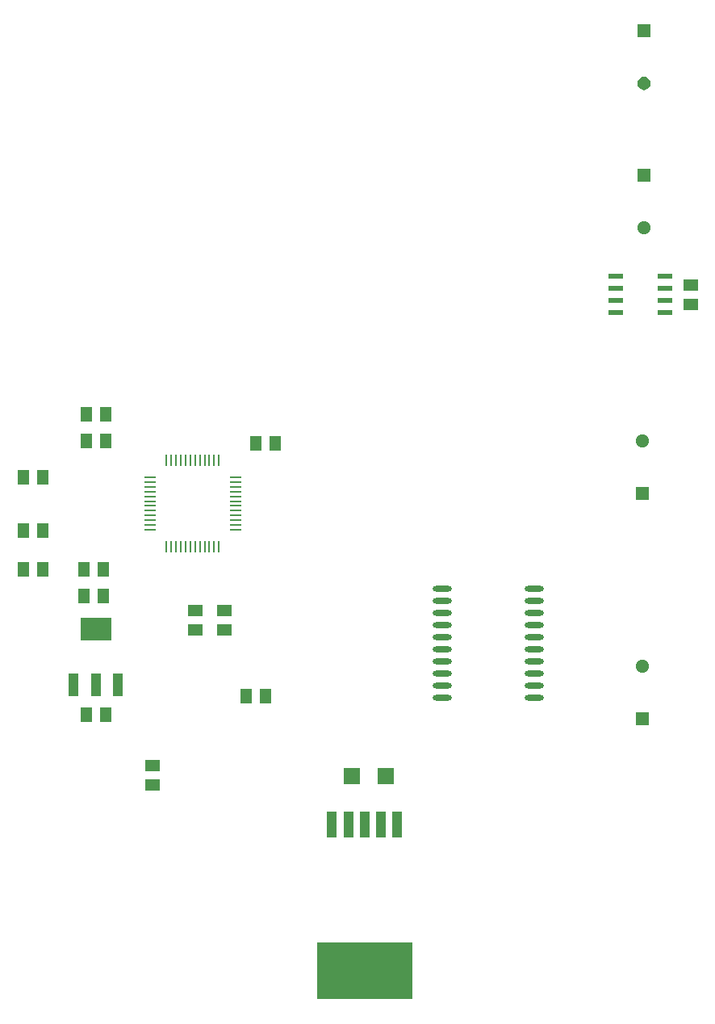
<source format=gtp>
G04 Layer_Color=8421504*
%FSLAX44Y44*%
%MOMM*%
G71*
G01*
G75*
%ADD10O,0.2500X1.2700*%
%ADD11O,1.2700X0.2500*%
%ADD12R,1.2700X0.2500*%
%ADD13R,1.2700X1.6002*%
%ADD14R,3.3000X2.4000*%
%ADD15R,1.0000X2.4000*%
%ADD16R,1.6002X1.2700*%
%ADD17R,1.5240X0.5080*%
%ADD18R,10.0000X6.0000*%
%ADD19R,1.0700X2.7500*%
%ADD20R,1.7780X1.7780*%
%ADD21O,2.0000X0.6000*%
G36*
X806298Y-605277D02*
X792582D01*
Y-591561D01*
X806298D01*
Y-605277D01*
D02*
G37*
G36*
X801230Y-536619D02*
X802899Y-537310D01*
X804331Y-538410D01*
X805430Y-539842D01*
X806122Y-541511D01*
X806357Y-543301D01*
X806122Y-545091D01*
X805430Y-546760D01*
X804331Y-548192D01*
X802899Y-549291D01*
X801230Y-549982D01*
X799440Y-550218D01*
X797650Y-549982D01*
X795981Y-549291D01*
X794549Y-548192D01*
X793449Y-546760D01*
X792758Y-545091D01*
X792523Y-543301D01*
X792758Y-541511D01*
X793449Y-539842D01*
X794549Y-538410D01*
X795981Y-537310D01*
X797650Y-536619D01*
X799440Y-536384D01*
X801230Y-536619D01*
D02*
G37*
G36*
X806298Y-841277D02*
X792582D01*
Y-827561D01*
X806298D01*
Y-841277D01*
D02*
G37*
G36*
X801230Y-772619D02*
X802899Y-773310D01*
X804331Y-774410D01*
X805430Y-775842D01*
X806122Y-777511D01*
X806357Y-779301D01*
X806122Y-781091D01*
X805430Y-782760D01*
X804331Y-784192D01*
X802899Y-785292D01*
X801230Y-785983D01*
X799440Y-786218D01*
X797650Y-785983D01*
X795981Y-785292D01*
X794549Y-784192D01*
X793449Y-782760D01*
X792758Y-781091D01*
X792523Y-779301D01*
X792758Y-777511D01*
X793449Y-775842D01*
X794549Y-774410D01*
X795981Y-773310D01*
X797650Y-772619D01*
X799440Y-772384D01*
X801230Y-772619D01*
D02*
G37*
G36*
X803230Y-161737D02*
X804899Y-162428D01*
X806331Y-163528D01*
X807430Y-164960D01*
X808121Y-166629D01*
X808357Y-168419D01*
X808121Y-170209D01*
X807430Y-171878D01*
X806331Y-173310D01*
X804899Y-174410D01*
X803230Y-175100D01*
X801440Y-175336D01*
X799650Y-175100D01*
X797981Y-174410D01*
X796549Y-173310D01*
X795450Y-171878D01*
X794759Y-170209D01*
X794523Y-168419D01*
X794759Y-166629D01*
X795450Y-164960D01*
X796549Y-163528D01*
X797981Y-162428D01*
X799650Y-161737D01*
X801440Y-161502D01*
X803230Y-161737D01*
D02*
G37*
G36*
X808298Y-120159D02*
X794582D01*
Y-106443D01*
X808298D01*
Y-120159D01*
D02*
G37*
G36*
X803230Y-312738D02*
X804899Y-313428D01*
X806331Y-314528D01*
X807430Y-315960D01*
X808121Y-317629D01*
X808357Y-319419D01*
X808121Y-321209D01*
X807430Y-322878D01*
X806331Y-324310D01*
X804899Y-325410D01*
X803230Y-326101D01*
X801440Y-326336D01*
X799650Y-326101D01*
X797981Y-325410D01*
X796549Y-324310D01*
X795450Y-322878D01*
X794759Y-321209D01*
X794523Y-319419D01*
X794759Y-317629D01*
X795450Y-315960D01*
X796549Y-314528D01*
X797981Y-313428D01*
X799650Y-312738D01*
X801440Y-312502D01*
X803230Y-312738D01*
D02*
G37*
G36*
X808298Y-271159D02*
X794582D01*
Y-257443D01*
X808298D01*
Y-271159D01*
D02*
G37*
D10*
X300246Y-563763D02*
D03*
X305246D02*
D03*
X310246D02*
D03*
X315246D02*
D03*
X320246D02*
D03*
X325246D02*
D03*
X330246D02*
D03*
X335246D02*
D03*
X340246D02*
D03*
X345246D02*
D03*
X350246D02*
D03*
X355246D02*
D03*
Y-653729D02*
D03*
X350246D02*
D03*
X345246D02*
D03*
X340246D02*
D03*
X335246D02*
D03*
X330246D02*
D03*
X325246D02*
D03*
X320246D02*
D03*
X315246D02*
D03*
X310246D02*
D03*
X305246D02*
D03*
X300246D02*
D03*
D11*
X372729Y-581246D02*
D03*
Y-586246D02*
D03*
Y-591246D02*
D03*
Y-596246D02*
D03*
Y-601246D02*
D03*
Y-606246D02*
D03*
Y-611246D02*
D03*
Y-616246D02*
D03*
Y-621246D02*
D03*
Y-626246D02*
D03*
Y-631246D02*
D03*
Y-636246D02*
D03*
X282763D02*
D03*
Y-631246D02*
D03*
Y-626246D02*
D03*
Y-621246D02*
D03*
Y-616246D02*
D03*
Y-611246D02*
D03*
Y-606246D02*
D03*
Y-601246D02*
D03*
Y-596246D02*
D03*
Y-591246D02*
D03*
Y-586246D02*
D03*
D12*
Y-581246D02*
D03*
D13*
X414020Y-546100D02*
D03*
X393700D02*
D03*
X213360Y-678180D02*
D03*
X233680D02*
D03*
X149860D02*
D03*
X170180D02*
D03*
X215900Y-830580D02*
D03*
X236220D02*
D03*
X404160Y-811000D02*
D03*
X383840D02*
D03*
X215900Y-515620D02*
D03*
X236220D02*
D03*
X149840Y-581000D02*
D03*
X170160D02*
D03*
X149840Y-637000D02*
D03*
X170160D02*
D03*
X213360Y-706120D02*
D03*
X233680D02*
D03*
X215900Y-543560D02*
D03*
X236220D02*
D03*
D14*
X226060Y-740620D02*
D03*
D15*
X249060Y-798620D02*
D03*
X226060Y-798620D02*
D03*
X203060Y-798620D02*
D03*
D16*
X330200Y-721360D02*
D03*
Y-741680D02*
D03*
X286000Y-904160D02*
D03*
Y-883840D02*
D03*
X850440Y-400020D02*
D03*
Y-379700D02*
D03*
X360680Y-741680D02*
D03*
Y-721360D02*
D03*
D17*
X823475Y-370810D02*
D03*
Y-383510D02*
D03*
Y-396210D02*
D03*
Y-408910D02*
D03*
X771405D02*
D03*
Y-396210D02*
D03*
Y-383510D02*
D03*
Y-370810D02*
D03*
D18*
X508000Y-1098891D02*
D03*
D19*
X474000Y-945746D02*
D03*
X491000D02*
D03*
X508000D02*
D03*
X525000D02*
D03*
X542000D02*
D03*
D20*
X530670Y-894350D02*
D03*
X495110D02*
D03*
D21*
X589180Y-748510D02*
D03*
Y-761210D02*
D03*
Y-773910D02*
D03*
Y-786610D02*
D03*
Y-799310D02*
D03*
X685700Y-812010D02*
D03*
Y-799310D02*
D03*
Y-786610D02*
D03*
Y-773910D02*
D03*
Y-761210D02*
D03*
X589180Y-697710D02*
D03*
X685700D02*
D03*
Y-723110D02*
D03*
Y-748510D02*
D03*
Y-735810D02*
D03*
X589180Y-710410D02*
D03*
Y-723110D02*
D03*
Y-735810D02*
D03*
X685700Y-710410D02*
D03*
X589180Y-812010D02*
D03*
M02*

</source>
